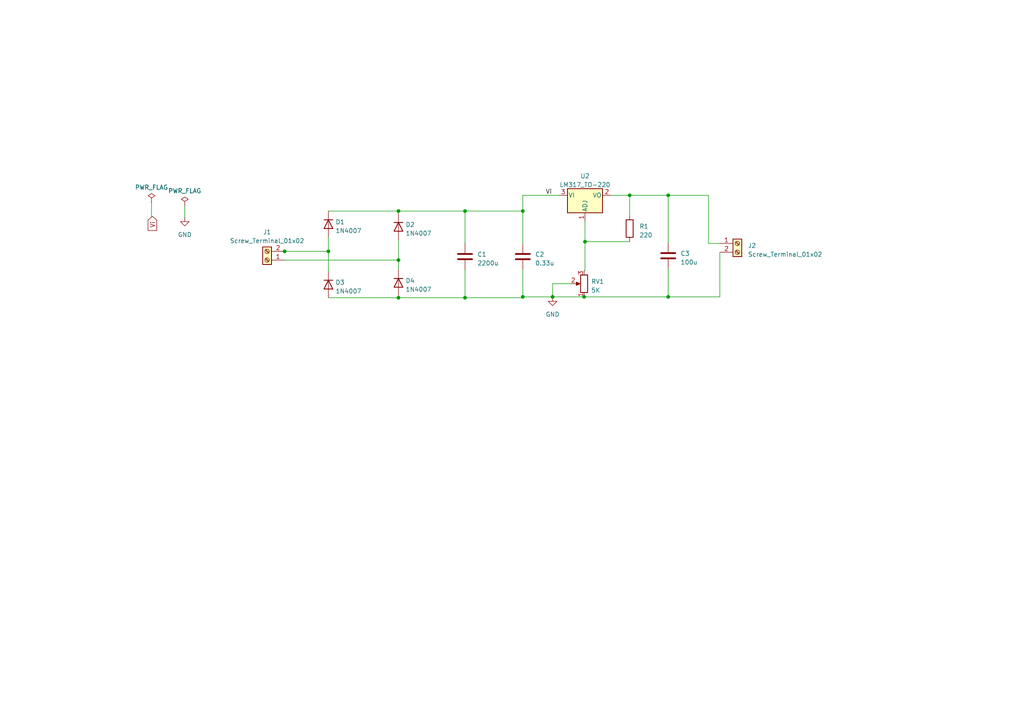
<source format=kicad_sch>
(kicad_sch (version 20230121) (generator eeschema)
  (paper "A4")
  (lib_symbols
    (symbol "Connector:Screw_Terminal_01x02" (pin_names (offset 1.016) hide)
      (property "Reference" "J" (at 0 2.54 0))
      (property "Value" "Screw_Terminal_01x02" (at 0 -5.08 0))
      (symbol "Screw_Terminal_01x02_1_1"
        (rectangle (start -1.27 1.27) (end 1.27 -3.81) (stroke (width 0.254)) (fill (type background)))
        (circle (center 0 -2.54) (radius 0.635) (stroke (width 0.1524)))
        (polyline (pts (xy -0.5334 -2.2098) (xy 0.3302 -3.048)) (stroke (width 0.1524)))
        (polyline (pts (xy -0.5334 0.3302) (xy 0.3302 -0.508)) (stroke (width 0.1524)))
        (polyline (pts (xy -0.3556 -2.032) (xy 0.508 -2.8702)) (stroke (width 0.1524)))
        (polyline (pts (xy -0.3556 0.508) (xy 0.508 -0.3302)) (stroke (width 0.1524)))
        (circle (center 0 0) (radius 0.635) (stroke (width 0.1524)))
        (pin passive line (at -5.08 0 0) (length 3.81) (name "Pin_1") (number "1"))
        (pin passive line (at -5.08 -2.54 0) (length 3.81) (name "Pin_2") (number "2"))
      )
    )
    (symbol "Device:C" (pin_numbers hide) (pin_names (offset 0.254))
      (property "Reference" "C" (at 0.635 2.54 0))
      (property "Value" "C" (at 0.635 -2.54 0))
      (symbol "C_0_1"
        (polyline (pts (xy -2.032 -0.762) (xy 2.032 -0.762)) (stroke (width 0.508)))
        (polyline (pts (xy -2.032 0.762) (xy 2.032 0.762)) (stroke (width 0.508)))
      )
      (symbol "C_1_1"
        (pin passive line (at 0 3.81 270) (length 2.794) (name "~") (number "1"))
        (pin passive line (at 0 -3.81 90) (length 2.794) (name "~") (number "2"))
      )
    )
    (symbol "Device:R" (pin_numbers hide) (pin_names (offset 0))
      (property "Reference" "R" (at 2.032 0 90))
      (property "Value" "R" (at 0 0 90))
      (symbol "R_0_1"
        (rectangle (start -1.016 -2.54) (end 1.016 2.54) (stroke (width 0.254)))
      )
      (symbol "R_1_1"
        (pin passive line (at 0 3.81 270) (length 1.27) (name "~") (number "1"))
        (pin passive line (at 0 -3.81 90) (length 1.27) (name "~") (number "2"))
      )
    )
    (symbol "Device:R_Potentiometer" (pin_names (offset 1.016) hide)
      (property "Reference" "RV" (at -4.445 0 90))
      (property "Value" "R_Potentiometer" (at -2.54 0 90))
      (symbol "R_Potentiometer_0_1"
        (polyline (pts (xy 2.54 0) (xy 1.524 0)))
        (polyline (pts (xy 1.143 0) (xy 2.286 0.508) (xy 2.286 -0.508) (xy 1.143 0)) (fill (type outline)))
        (rectangle (start 1.016 2.54) (end -1.016 -2.54) (stroke (width 0.254)))
      )
      (symbol "R_Potentiometer_1_1"
        (pin passive line (at 0 3.81 270) (length 1.27) (name "1") (number "1"))
        (pin passive line (at 3.81 0 180) (length 1.27) (name "2") (number "2"))
        (pin passive line (at 0 -3.81 90) (length 1.27) (name "3") (number "3"))
      )
    )
    (symbol "Diode:1N4007" (pin_numbers hide) (pin_names hide)
      (property "Reference" "D" (at 0 2.54 0))
      (property "Value" "1N4007" (at 0 -2.54 0))
      (symbol "1N4007_0_1"
        (polyline (pts (xy -1.27 1.27) (xy -1.27 -1.27)) (stroke (width 0.254)))
        (polyline (pts (xy 1.27 0) (xy -1.27 0)))
        (polyline (pts (xy 1.27 1.27) (xy 1.27 -1.27) (xy -1.27 0) (xy 1.27 1.27)) (stroke (width 0.254)))
      )
      (symbol "1N4007_1_1"
        (pin passive line (at -3.81 0 0) (length 2.54) (name "K") (number "1"))
        (pin passive line (at 3.81 0 180) (length 2.54) (name "A") (number "2"))
      )
    )
    (symbol "Regulator_Linear:LM317_TO-220" (pin_names (offset 0.254))
      (property "Reference" "U" (at -3.81 3.175 0))
      (property "Value" "LM317_TO-220" (at 0 3.175 0))
      (symbol "LM317_TO-220_0_1"
        (rectangle (start -5.08 1.905) (end 5.08 -5.08) (stroke (width 0.254)) (fill (type background)))
      )
      (symbol "LM317_TO-220_1_1"
        (pin input line (at 0 -7.62 90) (length 2.54) (name "ADJ") (number "1"))
        (pin power_out line (at 7.62 0 180) (length 2.54) (name "VO") (number "2"))
        (pin power_in line (at -7.62 0 0) (length 2.54) (name "VI") (number "3"))
      )
    )
    (symbol "power:GND" (power) (pin_names (offset 0))
      (property "Value" "GND" (at 0 -3.81 0))
      (symbol "GND_0_1"
        (polyline (pts (xy 0 0) (xy 0 -1.27) (xy 1.27 -1.27) (xy 0 -2.54) (xy -1.27 -1.27) (xy 0 -1.27)))
      )
      (symbol "GND_1_1"
        (pin power_in line (at 0 0 270) (length 0) hide (name "GND") (number "1"))
      )
    )
    (symbol "power:PWR_FLAG" (power) (pin_numbers hide) (pin_names (offset 0) hide)
      (property "Value" "PWR_FLAG" (at 0 3.81 0))
      (symbol "PWR_FLAG_0_0"
        (pin power_out line (at 0 0 90) (length 0) (name "pwr") (number "1"))
      )
      (symbol "PWR_FLAG_0_1"
        (polyline (pts (xy 0 0) (xy 0 1.27) (xy -1.016 1.905) (xy 0 2.54) (xy 1.016 1.905) (xy 0 1.27)))
      )
    )
  )
  (junction (at 134.874 86.36))
  (junction (at 160.274 86.106))
  (junction (at 115.57 86.36))
  (junction (at 82.55 72.898))
  (junction (at 193.802 56.642))
  (junction (at 115.57 61.214))
  (junction (at 151.638 86.106))
  (junction (at 193.802 86.106))
  (junction (at 115.57 75.438))
  (junction (at 169.418 86.106))
  (junction (at 169.672 70.104))
  (junction (at 182.626 56.642))
  (junction (at 151.638 61.214))
  (junction (at 134.874 61.214))
  (junction (at 95.25 72.898))
  (wire (pts (xy 95.25 68.834) (xy 95.25 72.898)))
  (wire (pts (xy 182.626 56.642) (xy 182.626 62.484)))
  (wire (pts (xy 151.638 78.232) (xy 151.638 86.106)))
  (wire (pts (xy 151.638 56.642) (xy 151.638 61.214)))
  (wire (pts (xy 193.802 86.106) (xy 169.418 86.106)))
  (wire (pts (xy 165.608 82.296) (xy 160.274 82.296)))
  (wire (pts (xy 95.25 61.214) (xy 115.57 61.214)))
  (wire (pts (xy 193.802 77.978) (xy 193.802 86.106)))
  (wire (pts (xy 151.638 86.36) (xy 134.874 86.36)))
  (wire (pts (xy 151.638 70.612) (xy 151.638 61.214)))
  (wire (pts (xy 134.874 61.214) (xy 151.638 61.214)))
  (wire (pts (xy 43.942 62.738) (xy 44.196 62.738)))
  (wire (pts (xy 177.292 56.642) (xy 182.626 56.642)))
  (wire (pts (xy 151.638 86.106) (xy 160.274 86.106)))
  (wire (pts (xy 115.57 61.214) (xy 115.57 61.976)))
  (wire (pts (xy 193.802 70.358) (xy 193.802 56.642)))
  (wire (pts (xy 115.57 86.36) (xy 95.25 86.36)))
  (wire (pts (xy 205.486 56.642) (xy 193.802 56.642)))
  (wire (pts (xy 160.274 82.296) (xy 160.274 86.106)))
  (wire (pts (xy 160.274 86.106) (xy 169.418 86.106)))
  (wire (pts (xy 134.874 70.612) (xy 134.874 61.214)))
  (wire (pts (xy 82.55 72.898) (xy 95.25 72.898)))
  (wire (pts (xy 82.296 72.898) (xy 82.55 72.898)))
  (wire (pts (xy 95.25 72.898) (xy 95.25 78.74)))
  (wire (pts (xy 205.486 70.612) (xy 205.486 56.642)))
  (wire (pts (xy 169.672 64.262) (xy 169.672 70.104)))
  (wire (pts (xy 169.672 70.104) (xy 182.626 70.104)))
  (wire (pts (xy 169.672 78.486) (xy 169.418 78.486)))
  (wire (pts (xy 208.788 70.612) (xy 205.486 70.612)))
  (wire (pts (xy 208.788 73.152) (xy 208.788 86.106)))
  (wire (pts (xy 82.55 75.438) (xy 115.57 75.438)))
  (wire (pts (xy 115.57 69.596) (xy 115.57 75.438)))
  (wire (pts (xy 169.672 70.104) (xy 169.672 78.486)))
  (wire (pts (xy 134.874 86.36) (xy 115.57 86.36)))
  (wire (pts (xy 162.052 56.642) (xy 151.638 56.642)))
  (wire (pts (xy 208.788 86.106) (xy 193.802 86.106)))
  (wire (pts (xy 193.802 56.642) (xy 182.626 56.642)))
  (wire (pts (xy 115.57 75.438) (xy 115.57 78.232)))
  (wire (pts (xy 43.942 58.674) (xy 43.942 62.738)))
  (wire (pts (xy 151.638 86.106) (xy 151.638 86.36)))
  (wire (pts (xy 53.594 59.69) (xy 53.594 62.992)))
  (wire (pts (xy 115.57 85.852) (xy 115.57 86.36)))
  (wire (pts (xy 134.874 78.232) (xy 134.874 86.36)))
  (wire (pts (xy 115.57 61.214) (xy 134.874 61.214)))
  (label "Vi" (at 158.242 56.642 0))
  (global_label "Vi" (shape input) (at 44.196 62.738 270) (property "Intersheetrefs" "${INTERSHEET_REFS}" (effects hide)))
  (symbol (lib_id "Device:R") (at 182.626 66.294 0) (unit 1)
    (property "Reference" "R1" (at 185.42 65.659 0) (effects (justify left)))
    (property "Value" "220" (at 185.42 68.199 0) (effects (justify left)))
    (property "Footprint" "Resistor_THT:R_Axial_DIN0204_L3.6mm_D1.6mm_P5.08mm_Horizontal" (effects hide))
  )
  (symbol (lib_id "power:PWR_FLAG") (at 53.594 59.69 0) (unit 1)
    (property "Reference" "#FLG01" (effects hide))
    (property "Value" "PWR_FLAG" (at 53.594 55.372 0))
  )
  (symbol (lib_id "Diode:1N4007") (at 95.25 65.024 270) (unit 1)
    (property "Reference" "D1" (at 97.282 64.389 90) (effects (justify left)))
    (property "Value" "1N4007" (at 97.282 66.929 90) (effects (justify left)))
    (property "Footprint" "Diode_THT:D_DO-41_SOD81_P7.62mm_Horizontal" (effects hide))
    (property "Datasheet" "http://www.vishay.com/docs/88503/1n4001.pdf" (effects hide))
    (property "Sim.Device" "D" (effects hide))
    (property "Sim.Pins" "1=K 2=A" (effects hide))
  )
  (symbol (lib_id "Device:R_Potentiometer") (at 169.418 82.296 180) (unit 1)
    (property "Reference" "RV1" (at 171.45 81.661 0) (effects (justify right)))
    (property "Value" "5K" (at 171.45 84.201 0) (effects (justify right)))
  )
  (symbol (lib_id "Connector:Screw_Terminal_01x02") (at 213.868 70.612 0) (unit 1)
    (property "Reference" "J2" (at 216.916 71.247 0) (effects (justify left)))
    (property "Value" "Screw_Terminal_01x02" (at 216.916 73.787 0) (effects (justify left)))
    (property "Footprint" "TerminalBlock_Phoenix:TerminalBlock_Phoenix_MKDS-1,5-2-5.08_1x02_P5.08mm_Horizontal" (effects hide))
  )
  (symbol (lib_id "Diode:1N4007") (at 95.25 82.55 270) (unit 1)
    (property "Reference" "D3" (at 97.282 81.915 90) (effects (justify left)))
    (property "Value" "1N4007" (at 97.282 84.455 90) (effects (justify left)))
    (property "Footprint" "Diode_THT:D_DO-41_SOD81_P10.16mm_Horizontal" (effects hide))
    (property "Datasheet" "http://www.vishay.com/docs/88503/1n4001.pdf" (effects hide))
    (property "Sim.Device" "D" (effects hide))
    (property "Sim.Pins" "1=K 2=A" (effects hide))
  )
  (symbol (lib_id "Diode:1N4007") (at 115.57 65.786 270) (unit 1)
    (property "Reference" "D2" (at 117.602 65.151 90) (effects (justify left)))
    (property "Value" "1N4007" (at 117.602 67.691 90) (effects (justify left)))
    (property "Footprint" "Diode_THT:D_DO-41_SOD81_P10.16mm_Horizontal" (effects hide))
    (property "Datasheet" "http://www.vishay.com/docs/88503/1n4001.pdf" (effects hide))
    (property "Sim.Device" "D" (effects hide))
    (property "Sim.Pins" "1=K 2=A" (effects hide))
  )
  (symbol (lib_id "Device:C") (at 134.874 74.422 0) (unit 1)
    (property "Reference" "C1" (at 138.43 73.787 0) (effects (justify left)))
    (property "Value" "2200u" (at 138.43 76.327 0) (effects (justify left)))
    (property "Footprint" "Capacitor_THT:C_Radial_D4.0mm_H5.0mm_P1.50mm" (effects hide))
  )
  (symbol (lib_id "Device:C") (at 151.638 74.422 0) (unit 1)
    (property "Reference" "C2" (at 155.194 73.787 0) (effects (justify left)))
    (property "Value" "0.33u" (at 155.194 76.327 0) (effects (justify left)))
    (property "Footprint" "Capacitor_THT:C_Radial_D4.0mm_H5.0mm_P1.50mm" (effects hide))
  )
  (symbol (lib_id "Device:C") (at 193.802 74.168 0) (unit 1)
    (property "Reference" "C3" (at 197.358 73.533 0) (effects (justify left)))
    (property "Value" "100u" (at 197.358 76.073 0) (effects (justify left)))
    (property "Footprint" "Capacitor_THT:C_Radial_D4.0mm_H5.0mm_P1.50mm" (effects hide))
  )
  (symbol (lib_id "Connector:Screw_Terminal_01x02") (at 77.47 75.438 180) (unit 1)
    (property "Reference" "J1" (at 77.47 67.31 0))
    (property "Value" "Screw_Terminal_01x02" (at 77.47 69.85 0))
    (property "Footprint" "TerminalBlock_Phoenix:TerminalBlock_Phoenix_MKDS-1,5-2-5.08_1x02_P5.08mm_Horizontal" (effects hide))
  )
  (symbol (lib_id "Diode:1N4007") (at 115.57 82.042 270) (unit 1)
    (property "Reference" "D4" (at 117.602 81.407 90) (effects (justify left)))
    (property "Value" "1N4007" (at 117.602 83.947 90) (effects (justify left)))
    (property "Footprint" "Diode_THT:D_DO-41_SOD81_P10.16mm_Horizontal" (effects hide))
    (property "Datasheet" "http://www.vishay.com/docs/88503/1n4001.pdf" (effects hide))
    (property "Sim.Device" "D" (effects hide))
    (property "Sim.Pins" "1=K 2=A" (effects hide))
  )
  (symbol (lib_id "Regulator_Linear:LM317_TO-220") (at 169.672 56.642 0) (unit 1)
    (property "Reference" "U2" (at 169.672 51.054 0))
    (property "Value" "LM317_TO-220" (at 169.672 53.594 0))
    (property "Footprint" "Package_TO_SOT_THT:TO-220-3_Vertical" (effects hide))
    (property "Datasheet" "http://www.ti.com/lit/ds/symlink/lm317.pdf" (effects hide))
  )
  (symbol (lib_id "power:GND") (at 53.594 62.992 0) (unit 1)
    (property "Reference" "#PWR01" (effects hide))
    (property "Value" "GND" (at 53.594 68.072 0))
  )
  (symbol (lib_id "power:GND") (at 160.274 86.106 0) (unit 1)
    (property "Reference" "#PWR02" (effects hide))
    (property "Value" "GND" (at 160.274 91.186 0))
  )
  (symbol (lib_id "power:PWR_FLAG") (at 43.942 58.674 0) (unit 1)
    (property "Reference" "#FLG02" (effects hide))
    (property "Value" "PWR_FLAG" (at 43.942 54.356 0))
  )
)
</source>
